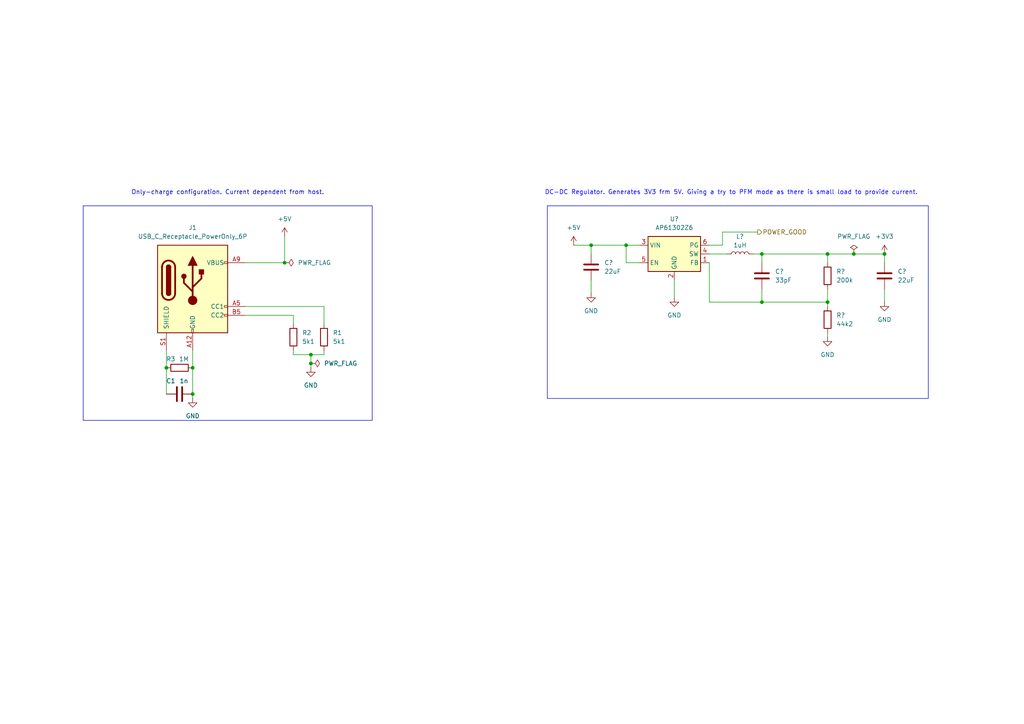
<source format=kicad_sch>
(kicad_sch (version 20250114) (generator "eeschema") (generator_version "9.0")
  (paper "A4")
  (lib_symbols
    (symbol "Connector:USB_C_Receptacle_PowerOnly_6P" (pin_names (offset 1.016))
      (property "Reference" "J" (at 0 16.51 0))
      (property "Value" "USB_C_Receptacle_PowerOnly_6P" (at 0 13.97 0))
      (symbol "USB_C_Receptacle_PowerOnly_6P_0_0"
        (rectangle (start -0.254 -12.7) (end 0.254 -11.684))
        (rectangle (start 10.16 7.874) (end 9.144 7.366))
        (rectangle (start 10.16 -4.826) (end 9.144 -5.334))
        (rectangle (start 10.16 -7.366) (end 9.144 -7.874))
      )
      (symbol "USB_C_Receptacle_PowerOnly_6P_0_1"
        (rectangle (start -10.16 12.7) (end 10.16 -12.7) (stroke (width 0.254)) (fill (type background)))
        (polyline (pts (xy -8.89 -1.27) (xy -8.89 6.35)) (stroke (width 0.508)))
        (rectangle (start -7.62 -1.27) (end -6.35 6.35) (stroke (width 0.254)) (fill (type outline)))
        (arc (start -7.62 6.35) (mid -6.985 6.9823) (end -6.35 6.35) (stroke (width 0.254)))
        (arc (start -7.62 6.35) (mid -6.985 6.9823) (end -6.35 6.35) (stroke (width 0.254)) (fill (type outline)))
        (arc (start -8.89 6.35) (mid -6.985 8.2467) (end -5.08 6.35) (stroke (width 0.508)))
        (arc (start -5.08 -1.27) (mid -6.985 -3.1667) (end -8.89 -1.27) (stroke (width 0.508)))
        (arc (start -6.35 -1.27) (mid -6.985 -1.9023) (end -7.62 -1.27) (stroke (width 0.254)))
        (arc (start -6.35 -1.27) (mid -6.985 -1.9023) (end -7.62 -1.27) (stroke (width 0.254)) (fill (type outline)))
        (polyline (pts (xy -5.08 6.35) (xy -5.08 -1.27)) (stroke (width 0.508)))
        (circle (center -2.54 3.683) (radius 0.635) (stroke (width 0.254)) (fill (type outline)))
        (polyline (pts (xy -1.27 6.858) (xy 0 9.398) (xy 1.27 6.858) (xy -1.27 6.858)) (stroke (width 0.254)) (fill (type outline)))
        (polyline (pts (xy 0 0.508) (xy 2.54 3.048) (xy 2.54 4.318)) (stroke (width 0.508)))
        (polyline (pts (xy 0 -0.762) (xy -2.54 1.778) (xy -2.54 3.048)) (stroke (width 0.508)))
        (polyline (pts (xy 0 -3.302) (xy 0 6.858)) (stroke (width 0.508)))
        (circle (center 0 -3.302) (radius 1.27) (fill (type outline)))
        (rectangle (start 1.905 4.318) (end 3.175 5.588) (stroke (width 0.254)) (fill (type outline)))
      )
      (symbol "USB_C_Receptacle_PowerOnly_6P_1_1"
        (pin passive line (at -7.62 -17.78 90) (length 5.08) (name "SHIELD") (number "S1"))
        (pin passive line (at 0 -17.78 90) (length 5.08) (name "GND") (number "A12"))
        (pin passive line (at 0 -17.78 90) (length 5.08) (hide yes) (name "GND") (number "B12"))
        (pin passive line (at 15.24 7.62 180) (length 5.08) (name "VBUS") (number "A9"))
        (pin passive line (at 15.24 7.62 180) (length 5.08) (hide yes) (name "VBUS") (number "B9"))
        (pin bidirectional line (at 15.24 -5.08 180) (length 5.08) (name "CC1") (number "A5"))
        (pin bidirectional line (at 15.24 -7.62 180) (length 5.08) (name "CC2") (number "B5"))
      )
    )
    (symbol "Device:C" (pin_numbers (hide yes)) (pin_names (offset 0.254))
      (property "Reference" "C" (at 0.635 2.54 0))
      (property "Value" "C" (at 0.635 -2.54 0))
      (symbol "C_0_1"
        (polyline (pts (xy -2.032 0.762) (xy 2.032 0.762)) (stroke (width 0.508)))
        (polyline (pts (xy -2.032 -0.762) (xy 2.032 -0.762)) (stroke (width 0.508)))
      )
      (symbol "C_1_1"
        (pin passive line (at 0 3.81 270) (length 2.794) (name "~") (number "1"))
        (pin passive line (at 0 -3.81 90) (length 2.794) (name "~") (number "2"))
      )
    )
    (symbol "Device:L" (pin_numbers (hide yes)) (pin_names (offset 1.016) (hide yes))
      (property "Reference" "L" (at -1.27 0 90))
      (property "Value" "L" (at 1.905 0 90))
      (symbol "L_0_1"
        (arc (start 0 2.54) (mid 0.6323 1.905) (end 0 1.27))
        (arc (start 0 1.27) (mid 0.6323 0.635) (end 0 0))
        (arc (start 0 0) (mid 0.6323 -0.635) (end 0 -1.27))
        (arc (start 0 -1.27) (mid 0.6323 -1.905) (end 0 -2.54))
      )
      (symbol "L_1_1"
        (pin passive line (at 0 3.81 270) (length 1.27) (name "1") (number "1"))
        (pin passive line (at 0 -3.81 90) (length 1.27) (name "2") (number "2"))
      )
    )
    (symbol "Device:R" (pin_numbers (hide yes)) (pin_names (offset 0))
      (property "Reference" "R" (at 2.032 0 90))
      (property "Value" "R" (at 0 0 90))
      (symbol "R_0_1"
        (rectangle (start -1.016 -2.54) (end 1.016 2.54) (stroke (width 0.254)))
      )
      (symbol "R_1_1"
        (pin passive line (at 0 3.81 270) (length 1.27) (name "~") (number "1"))
        (pin passive line (at 0 -3.81 90) (length 1.27) (name "~") (number "2"))
      )
    )
    (symbol "Regulator_Switching:AP61302Z6"
      (property "Reference" "U" (at -7.62 6.35 0))
      (property "Value" "AP61302Z6" (at 6.35 -6.35 0))
      (symbol "AP61302Z6_0_1"
        (rectangle (start -7.62 5.08) (end 7.62 -5.08) (stroke (width 0.254)) (fill (type background)))
      )
      (symbol "AP61302Z6_1_1"
        (pin power_in line (at -10.16 2.54 0) (length 2.54) (name "VIN") (number "3"))
        (pin input line (at -10.16 -2.54 0) (length 2.54) (name "EN") (number "5"))
        (pin power_in line (at 0 -7.62 90) (length 2.54) (name "GND") (number "2"))
        (pin open_collector line (at 10.16 2.54 180) (length 2.54) (name "PG") (number "6"))
        (pin power_out line (at 10.16 0 180) (length 2.54) (name "SW") (number "4"))
        (pin input line (at 10.16 -2.54 180) (length 2.54) (name "FB") (number "1"))
      )
    )
    (symbol "power:+3V3" (power) (pin_numbers (hide yes)) (pin_names (offset 0) (hide yes))
      (property "Value" "+3V3" (at 0 3.556 0))
      (symbol "+3V3_0_1"
        (polyline (pts (xy -0.762 1.27) (xy 0 2.54)))
        (polyline (pts (xy 0 2.54) (xy 0.762 1.27)))
        (polyline (pts (xy 0 0) (xy 0 2.54)))
      )
      (symbol "+3V3_1_1"
        (pin power_in line (at 0 0 90) (length 0) (name "~") (number "1"))
      )
    )
    (symbol "power:+5V" (power) (pin_numbers (hide yes)) (pin_names (offset 0) (hide yes))
      (property "Value" "+5V" (at 0 3.556 0))
      (symbol "+5V_0_1"
        (polyline (pts (xy -0.762 1.27) (xy 0 2.54)))
        (polyline (pts (xy 0 2.54) (xy 0.762 1.27)))
        (polyline (pts (xy 0 0) (xy 0 2.54)))
      )
      (symbol "+5V_1_1"
        (pin power_in line (at 0 0 90) (length 0) (name "~") (number "1"))
      )
    )
    (symbol "power:GND" (power) (pin_numbers (hide yes)) (pin_names (offset 0) (hide yes))
      (property "Value" "GND" (at 0 -3.81 0))
      (symbol "GND_0_1"
        (polyline (pts (xy 0 0) (xy 0 -1.27) (xy 1.27 -1.27) (xy 0 -2.54) (xy -1.27 -1.27) (xy 0 -1.27)))
      )
      (symbol "GND_1_1"
        (pin power_in line (at 0 0 270) (length 0) (name "~") (number "1"))
      )
    )
    (symbol "power:PWR_FLAG" (power) (pin_numbers (hide yes)) (pin_names (offset 0) (hide yes))
      (property "Value" "PWR_FLAG" (at 0 3.81 0))
      (symbol "PWR_FLAG_0_0"
        (pin power_out line (at 0 0 90) (length 0) (name "~") (number "1"))
      )
      (symbol "PWR_FLAG_0_1"
        (polyline (pts (xy 0 0) (xy 0 1.27) (xy -1.016 1.905) (xy 0 2.54) (xy 1.016 1.905) (xy 0 1.27)))
      )
    )
  )
  (rectangle (start 158.75 59.69) (end 269.24 115.57))
  (rectangle (start 24.13 59.69) (end 107.95 121.92))
  (text "Only-charge configuration. Current dependent from host." (at 66.04 55.88 0) (effects (font (size 1.27 1.27))))
  (text "DC-DC Regulator. Generates 3V3 frm 5V. Giving a try to PFM mode as there is small load to provide current." (at 212.09 55.88 0) (effects (font (size 1.27 1.27))))
  (junction (at 220.98 73.66))
  (junction (at 220.98 87.63))
  (junction (at 90.17 105.41))
  (junction (at 181.61 71.12))
  (junction (at 171.45 71.12))
  (junction (at 256.54 73.66))
  (junction (at 240.03 73.66))
  (junction (at 55.88 114.3))
  (junction (at 48.26 106.68))
  (junction (at 247.65 73.66))
  (junction (at 90.17 102.87))
  (junction (at 240.03 87.63))
  (junction (at 55.88 106.68))
  (junction (at 82.55 76.2))
  (wire (pts (xy 181.61 71.12) (xy 181.61 76.2)))
  (wire (pts (xy 48.26 101.6) (xy 48.26 106.68)))
  (wire (pts (xy 195.58 81.28) (xy 195.58 86.36)))
  (wire (pts (xy 171.45 71.12) (xy 181.61 71.12)))
  (wire (pts (xy 240.03 73.66) (xy 247.65 73.66)))
  (wire (pts (xy 256.54 83.82) (xy 256.54 87.63)))
  (wire (pts (xy 48.26 106.68) (xy 48.26 114.3)))
  (wire (pts (xy 220.98 73.66) (xy 220.98 76.2)))
  (wire (pts (xy 82.55 68.58) (xy 82.55 76.2)))
  (wire (pts (xy 220.98 73.66) (xy 240.03 73.66)))
  (wire (pts (xy 240.03 83.82) (xy 240.03 87.63)))
  (wire (pts (xy 247.65 73.66) (xy 256.54 73.66)))
  (wire (pts (xy 85.09 101.6) (xy 85.09 102.87)))
  (wire (pts (xy 218.44 73.66) (xy 220.98 73.66)))
  (wire (pts (xy 90.17 105.41) (xy 90.17 106.68)))
  (wire (pts (xy 209.55 67.31) (xy 219.71 67.31)))
  (wire (pts (xy 55.88 106.68) (xy 55.88 114.3)))
  (wire (pts (xy 209.55 71.12) (xy 205.74 71.12)))
  (wire (pts (xy 181.61 71.12) (xy 185.42 71.12)))
  (wire (pts (xy 71.12 76.2) (xy 82.55 76.2)))
  (wire (pts (xy 85.09 91.44) (xy 71.12 91.44)))
  (wire (pts (xy 205.74 87.63) (xy 205.74 76.2)))
  (wire (pts (xy 181.61 76.2) (xy 185.42 76.2)))
  (wire (pts (xy 55.88 101.6) (xy 55.88 106.68)))
  (wire (pts (xy 85.09 93.98) (xy 85.09 91.44)))
  (wire (pts (xy 93.98 88.9) (xy 93.98 93.98)))
  (wire (pts (xy 85.09 102.87) (xy 90.17 102.87)))
  (wire (pts (xy 209.55 67.31) (xy 209.55 71.12)))
  (wire (pts (xy 240.03 87.63) (xy 220.98 87.63)))
  (wire (pts (xy 90.17 102.87) (xy 90.17 105.41)))
  (wire (pts (xy 220.98 87.63) (xy 205.74 87.63)))
  (wire (pts (xy 171.45 71.12) (xy 171.45 73.66)))
  (wire (pts (xy 166.37 71.12) (xy 171.45 71.12)))
  (wire (pts (xy 240.03 96.52) (xy 240.03 97.79)))
  (wire (pts (xy 55.88 114.3) (xy 55.88 115.57)))
  (wire (pts (xy 93.98 102.87) (xy 93.98 101.6)))
  (wire (pts (xy 240.03 88.9) (xy 240.03 87.63)))
  (wire (pts (xy 71.12 88.9) (xy 93.98 88.9)))
  (wire (pts (xy 205.74 73.66) (xy 210.82 73.66)))
  (wire (pts (xy 240.03 76.2) (xy 240.03 73.66)))
  (wire (pts (xy 220.98 83.82) (xy 220.98 87.63)))
  (wire (pts (xy 171.45 81.28) (xy 171.45 85.09)))
  (wire (pts (xy 256.54 73.66) (xy 256.54 76.2)))
  (wire (pts (xy 90.17 102.87) (xy 93.98 102.87)))
  (hierarchical_label "POWER_GOOD" (shape output) (at 219.71 67.31 0))
  (symbol (lib_id "power:PWR_FLAG") (at 90.17 105.41 270) (unit 1)
    (property "Reference" "#FLG?" (effects (hide yes)))
    (property "Value" "PWR_FLAG" (at 93.98 105.4099 90) (effects (justify left)))
    (property "Description" "Special symbol for telling ERC where power comes from" (effects (hide yes)))
  )
  (symbol (lib_id "power:GND") (at 55.88 115.57 0) (unit 1)
    (property "Reference" "#PWR02" (effects (hide yes)))
    (property "Value" "GND" (at 55.88 120.65 0))
    (property "Description" "Power symbol creates a global label with name \"GND\" , ground" (effects (hide yes)))
  )
  (symbol (lib_id "Device:R") (at 85.09 97.79 0) (unit 1)
    (property "Reference" "R2" (at 87.63 96.5199 0) (effects (justify left)))
    (property "Value" "5k1" (at 87.63 99.0599 0) (effects (justify left)))
    (property "Footprint" "Resistor_SMD:R_0603_1608Metric" (effects (hide yes)))
    (property "Description" "Resistor" (effects (hide yes)))
    (property "LCSC" "C23186" (effects (hide yes)))
  )
  (symbol (lib_id "Device:C") (at 256.54 80.01 0) (unit 1)
    (property "Reference" "C?" (at 260.35 78.7399 0) (effects (justify left)))
    (property "Value" "22uF" (at 260.35 81.2799 0) (effects (justify left)))
    (property "Footprint" "Capacitor_SMD:C_0603_1608Metric" (effects (hide yes)))
    (property "Description" "Unpolarized capacitor" (effects (hide yes)))
    (property "LCSC" "C59461" (effects (hide yes)))
  )
  (symbol (lib_id "power:+5V") (at 166.37 71.12 0) (unit 1)
    (property "Reference" "#PWR?" (effects (hide yes)))
    (property "Value" "+5V" (at 166.37 66.04 0))
    (property "Description" "Power symbol creates a global label with name \"+5V\"" (effects (hide yes)))
  )
  (symbol (lib_id "Device:R") (at 93.98 97.79 180) (unit 1)
    (property "Reference" "R1" (at 96.52 96.5199 0) (effects (justify right)))
    (property "Value" "5k1" (at 96.52 99.0599 0) (effects (justify right)))
    (property "Footprint" "Resistor_SMD:R_0603_1608Metric" (effects (hide yes)))
    (property "Description" "Resistor" (effects (hide yes)))
    (property "LCSC" "C23186" (effects (hide yes)))
  )
  (symbol (lib_id "Regulator_Switching:AP61302Z6") (at 195.58 73.66 0) (unit 1)
    (property "Reference" "U?" (at 195.58 63.5 0))
    (property "Value" "AP61302Z6" (at 195.58 66.04 0))
    (property "Footprint" "Package_TO_SOT_SMD:SOT-563" (effects (hide yes)))
    (property "Datasheet" "https://www.diodes.com/datasheet/download/AP61300%2FAP61302.pdf" (effects (hide yes)))
    (property "Description" "2.4V-5.5V input voltage, 0.6V-3.6V adjustable output voltage, 3A output current, Low IQ Synchronous Buck Converter, PFM/PWM, Power Good Indicator, SOT-563" (effects (hide yes)))
    (property "LCSC" "C3193204" (effects (hide yes)))
  )
  (symbol (lib_id "Device:L") (at 214.63 73.66 90) (unit 1)
    (property "Reference" "L?" (at 214.63 68.58 90))
    (property "Value" "1uH" (at 214.63 71.12 90))
    (property "Footprint" "Inductor_SMD:L_Changjiang_FTC201610S" (effects (hide yes)))
    (property "Datasheet" "https://jlcpcb.com/api/file/downloadByFileSystemAccessId/8590226275027103744" (effects (hide yes)))
    (property "Description" "Inductor" (effects (hide yes)))
    (property "LCSC" "C2981230" (effects (hide yes)))
  )
  (symbol (lib_id "power:GND") (at 240.03 97.79 0) (unit 1)
    (property "Reference" "#PWR?" (effects (hide yes)))
    (property "Value" "GND" (at 240.03 102.87 0))
    (property "Description" "Power symbol creates a global label with name \"GND\" , ground" (effects (hide yes)))
  )
  (symbol (lib_id "power:PWR_FLAG") (at 247.65 73.66 0) (unit 1)
    (property "Reference" "#FLG?" (effects (hide yes)))
    (property "Value" "PWR_FLAG" (at 247.65 68.58 0))
    (property "Description" "Special symbol for telling ERC where power comes from" (effects (hide yes)))
  )
  (symbol (lib_id "power:+5V") (at 82.55 68.58 0) (unit 1)
    (property "Reference" "#PWR01" (effects (hide yes)))
    (property "Value" "+5V" (at 82.55 63.5 0))
    (property "Description" "Power symbol creates a global label with name \"+5V\"" (effects (hide yes)))
  )
  (symbol (lib_id "Connector:USB_C_Receptacle_PowerOnly_6P") (at 55.88 83.82 0) (unit 1)
    (property "Reference" "J1" (at 55.88 66.04 0))
    (property "Value" "USB_C_Receptacle_PowerOnly_6P" (at 55.88 68.58 0))
    (property "Footprint" "Connector_USB:USB_C_Receptacle_GCT_USB4125-xx-x-0190_6P_TopMnt_Horizontal" (effects (hide yes)))
    (property "Datasheet" "https://jlcpcb.com/api/file/downloadByFileSystemAccessId/8588894155666313216" (effects (hide yes)))
    (property "Description" "USB Power-Only 6P Type-C Receptacle connector" (effects (hide yes)))
    (property "LCSC" "C456012" (effects (hide yes)))
  )
  (symbol (lib_id "Device:C") (at 52.07 114.3 90) (unit 1)
    (property "Reference" "C1" (at 49.53 110.49 90))
    (property "Value" "1n" (at 53.34 110.49 90))
    (property "Footprint" "Capacitor_SMD:C_0603_1608Metric" (effects (hide yes)))
    (property "Description" "Unpolarized capacitor" (effects (hide yes)))
    (property "LCSC" "C1588" (effects (hide yes)))
  )
  (symbol (lib_id "Device:R") (at 52.07 106.68 90) (unit 1)
    (property "Reference" "R3" (at 49.53 104.14 90))
    (property "Value" "1M" (at 53.34 104.14 90))
    (property "Footprint" "Resistor_SMD:R_0603_1608Metric" (effects (hide yes)))
    (property "Datasheet" "https://jlcpcb.com/api/file/downloadByFileSystemAccessId/8579706152755920896" (effects (hide yes)))
    (property "Description" "Resistor" (effects (hide yes)))
    (property "LCSC" "C22935" (effects (hide yes)))
  )
  (symbol (lib_id "power:+3V3") (at 256.54 73.66 0) (unit 1)
    (property "Reference" "#PWR?" (effects (hide yes)))
    (property "Value" "+3V3" (at 256.54 68.58 0))
    (property "Description" "Power symbol creates a global label with name \"+3V3\"" (effects (hide yes)))
  )
  (symbol (lib_id "power:PWR_FLAG") (at 82.55 76.2 270) (unit 1)
    (property "Reference" "#FLG?" (effects (hide yes)))
    (property "Value" "PWR_FLAG" (at 86.36 76.1999 90) (effects (justify left)))
    (property "Description" "Special symbol for telling ERC where power comes from" (effects (hide yes)))
  )
  (symbol (lib_id "Device:C") (at 171.45 77.47 0) (unit 1)
    (property "Reference" "C?" (at 175.26 76.1999 0) (effects (justify left)))
    (property "Value" "22uF" (at 175.26 78.7399 0) (effects (justify left)))
    (property "Footprint" "Capacitor_SMD:C_0603_1608Metric" (effects (hide yes)))
    (property "Description" "Unpolarized capacitor" (effects (hide yes)))
    (property "LCSC" "C59461" (effects (hide yes)))
  )
  (symbol (lib_id "power:GND") (at 90.17 106.68 0) (unit 1)
    (property "Reference" "#PWR03" (effects (hide yes)))
    (property "Value" "GND" (at 90.17 111.76 0))
    (property "Description" "Power symbol creates a global label with name \"GND\" , ground" (effects (hide yes)))
  )
  (symbol (lib_id "power:GND") (at 195.58 86.36 0) (unit 1)
    (property "Reference" "#PWR?" (effects (hide yes)))
    (property "Value" "GND" (at 195.58 91.44 0))
    (property "Description" "Power symbol creates a global label with name \"GND\" , ground" (effects (hide yes)))
  )
  (symbol (lib_id "Device:R") (at 240.03 80.01 0) (unit 1)
    (property "Reference" "R?" (at 242.57 78.7399 0) (effects (justify left)))
    (property "Value" "200k" (at 242.57 81.2799 0) (effects (justify left)))
    (property "Footprint" "Resistor_SMD:R_0603_1608Metric" (effects (hide yes)))
    (property "Description" "Resistor" (effects (hide yes)))
    (property "LCSC" "C25811" (effects (hide yes)))
  )
  (symbol (lib_id "Device:C") (at 220.98 80.01 0) (unit 1)
    (property "Reference" "C?" (at 224.79 78.7399 0) (effects (justify left)))
    (property "Value" "33pF" (at 224.79 81.2799 0) (effects (justify left)))
    (property "Footprint" "Capacitor_SMD:C_0603_1608Metric" (effects (hide yes)))
    (property "Description" "Unpolarized capacitor" (effects (hide yes)))
    (property "LCSC" "C1663" (effects (hide yes)))
  )
  (symbol (lib_id "power:GND") (at 256.54 87.63 0) (unit 1)
    (property "Reference" "#PWR?" (effects (hide yes)))
    (property "Value" "GND" (at 256.54 92.71 0))
    (property "Description" "Power symbol creates a global label with name \"GND\" , ground" (effects (hide yes)))
  )
  (symbol (lib_id "power:GND") (at 171.45 85.09 0) (unit 1)
    (property "Reference" "#PWR?" (effects (hide yes)))
    (property "Value" "GND" (at 171.45 90.17 0))
    (property "Description" "Power symbol creates a global label with name \"GND\" , ground" (effects (hide yes)))
  )
  (symbol (lib_id "Device:R") (at 240.03 92.71 0) (unit 1)
    (property "Reference" "R?" (at 242.57 91.4399 0) (effects (justify left)))
    (property "Value" "44k2" (at 242.57 93.9799 0) (effects (justify left)))
    (property "Footprint" "Resistor_SMD:R_0603_1608Metric" (effects (hide yes)))
    (property "Description" "Resistor" (effects (hide yes)))
    (property "LCSC" "C23056" (effects (hide yes)))
  )
)
</source>
